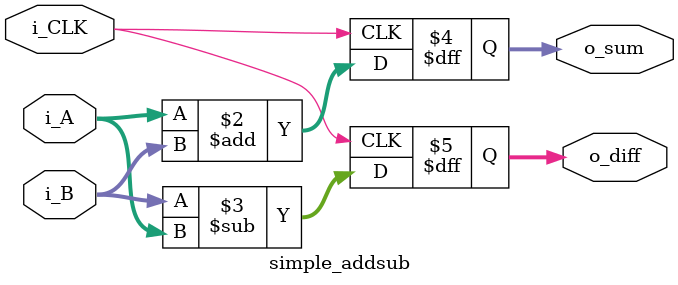
<source format=v>
module simple_addsub
	#( parameter WORD_SIZE = 16 )
(
	input i_CLK,
	input [WORD_SIZE-1:0] i_A,
	input [WORD_SIZE-1:0] i_B,

	output reg [WORD_SIZE-1:0] o_sum,
	output reg [WORD_SIZE-1:0] o_diff
);

always @ (posedge i_CLK) begin

	o_sum  <= i_A + i_B;
	o_diff <= i_B - i_A;
end

endmodule

</source>
